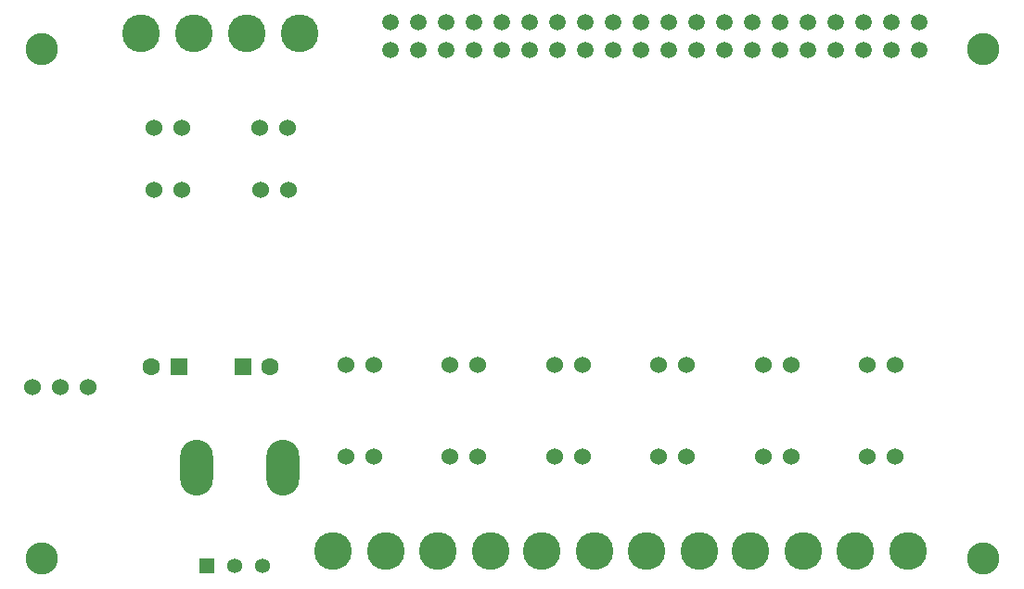
<source format=gbs>
G04 #@! TF.GenerationSoftware,KiCad,Pcbnew,(6.0.7)*
G04 #@! TF.CreationDate,2023-03-20T22:05:17-05:00*
G04 #@! TF.ProjectId,EquipmentServicingPanel_Hardware_2023_Rev1,45717569-706d-4656-9e74-536572766963,rev?*
G04 #@! TF.SameCoordinates,Original*
G04 #@! TF.FileFunction,Soldermask,Bot*
G04 #@! TF.FilePolarity,Negative*
%FSLAX46Y46*%
G04 Gerber Fmt 4.6, Leading zero omitted, Abs format (unit mm)*
G04 Created by KiCad (PCBNEW (6.0.7)) date 2023-03-20 22:05:17*
%MOMM*%
%LPD*%
G01*
G04 APERTURE LIST*
%ADD10R,1.600000X1.600000*%
%ADD11C,1.600000*%
%ADD12O,3.000000X5.100000*%
%ADD13C,3.450000*%
%ADD14C,1.524000*%
%ADD15C,1.520000*%
%ADD16R,1.358000X1.358000*%
%ADD17C,1.358000*%
%ADD18C,2.946400*%
G04 APERTURE END LIST*
D10*
X102870000Y-124460000D03*
D11*
X100370000Y-124460000D03*
D10*
X108712000Y-124460000D03*
D11*
X111212000Y-124460000D03*
D12*
X112349000Y-133665000D03*
X104475000Y-133665000D03*
D13*
X155067000Y-141351000D03*
X159895000Y-141355000D03*
D14*
X158750000Y-132715000D03*
X156210000Y-132715000D03*
D13*
X164592000Y-141351000D03*
X169420000Y-141355000D03*
D14*
X168275000Y-132715000D03*
X165735000Y-132715000D03*
D13*
X116967000Y-141351000D03*
X121795000Y-141355000D03*
D14*
X120650000Y-132715000D03*
X118110000Y-132715000D03*
D13*
X140845000Y-141355000D03*
X136017000Y-141351000D03*
D14*
X139700000Y-132715000D03*
X137160000Y-132715000D03*
D13*
X150370000Y-141355000D03*
X145542000Y-141351000D03*
D14*
X149225000Y-132715000D03*
X146685000Y-132715000D03*
D13*
X131320000Y-141355000D03*
X126492000Y-141351000D03*
D14*
X130175000Y-132715000D03*
X127635000Y-132715000D03*
X120650000Y-124333000D03*
X118110000Y-124333000D03*
X130175000Y-124333000D03*
X127635000Y-124333000D03*
X139700000Y-124333000D03*
X137160000Y-124333000D03*
X149225000Y-124333000D03*
X146685000Y-124333000D03*
X158750000Y-124333000D03*
X156210000Y-124333000D03*
X168275000Y-124333000D03*
X165735000Y-124333000D03*
D13*
X104267000Y-93980000D03*
X99439000Y-93976000D03*
D14*
X100584000Y-102616000D03*
X103124000Y-102616000D03*
X100584000Y-108331000D03*
X103124000Y-108331000D03*
D13*
X113919000Y-93980000D03*
X109091000Y-93976000D03*
D14*
X110236000Y-102616000D03*
X112776000Y-102616000D03*
X110299500Y-108331000D03*
X112839500Y-108331000D03*
D15*
X122174000Y-95504000D03*
X122174000Y-92964000D03*
X124714000Y-95504000D03*
X124714000Y-92964000D03*
X127254000Y-95504000D03*
X127254000Y-92964000D03*
X129794000Y-95504000D03*
X129794000Y-92964000D03*
X132334000Y-95504000D03*
X132334000Y-92964000D03*
X134874000Y-95504000D03*
X134874000Y-92964000D03*
X137414000Y-95504000D03*
X137414000Y-92964000D03*
X139954000Y-95504000D03*
X139954000Y-92964000D03*
X142494000Y-95504000D03*
X142494000Y-92964000D03*
X145034000Y-95504000D03*
X145034000Y-92964000D03*
X147574000Y-95504000D03*
X147574000Y-92964000D03*
X150114000Y-95504000D03*
X150114000Y-92964000D03*
X152654000Y-95504000D03*
X152654000Y-92964000D03*
X155194000Y-95504000D03*
X155194000Y-92964000D03*
X157734000Y-95504000D03*
X157734000Y-92964000D03*
X160274000Y-95504000D03*
X160274000Y-92964000D03*
X162814000Y-95504000D03*
X162814000Y-92964000D03*
X165354000Y-95504000D03*
X165354000Y-92964000D03*
X167894000Y-95504000D03*
X167894000Y-92964000D03*
X170434000Y-95504000D03*
X170434000Y-92964000D03*
D14*
X94615000Y-126365000D03*
X92075000Y-126365000D03*
X89535000Y-126365000D03*
D16*
X105410000Y-142720000D03*
D17*
X107950000Y-142720000D03*
X110490000Y-142720000D03*
D18*
X176331880Y-95448120D03*
X176331880Y-142041880D03*
X90368120Y-95448120D03*
X90368120Y-142041880D03*
M02*

</source>
